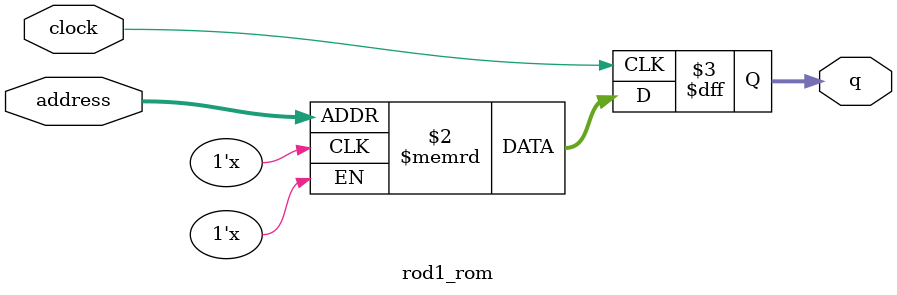
<source format=sv>
module rod1_rom (
	input logic clock,
	input logic [9:0] address,
	output logic [2:0] q
);

logic [2:0] memory [0:639] /* synthesis ram_init_file = "./rod1/rod1.COE" */;

always_ff @ (posedge clock) begin
	q <= memory[address];
end

endmodule

</source>
